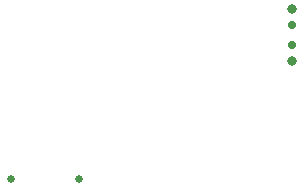
<source format=gbr>
%TF.GenerationSoftware,KiCad,Pcbnew,9.0.0*%
%TF.CreationDate,2025-04-24T13:44:51+03:00*%
%TF.ProjectId,ESP32_BOARD,45535033-325f-4424-9f41-52442e6b6963,1.0*%
%TF.SameCoordinates,Original*%
%TF.FileFunction,NonPlated,1,4,NPTH,Drill*%
%TF.FilePolarity,Positive*%
%FSLAX46Y46*%
G04 Gerber Fmt 4.6, Leading zero omitted, Abs format (unit mm)*
G04 Created by KiCad (PCBNEW 9.0.0) date 2025-04-24 13:44:51*
%MOMM*%
%LPD*%
G01*
G04 APERTURE LIST*
%TA.AperFunction,ComponentDrill*%
%ADD10C,0.650000*%
%TD*%
%TA.AperFunction,ComponentDrill*%
%ADD11C,0.711200*%
%TD*%
%TA.AperFunction,ComponentDrill*%
%ADD12C,0.812800*%
%TD*%
G04 APERTURE END LIST*
D10*
%TO.C,ST2*%
X88190000Y-149120000D03*
X93970000Y-149120000D03*
D11*
%TO.C,SW1*%
X111995983Y-136117070D03*
X111995983Y-137817072D03*
D12*
X111995983Y-134742072D03*
X111995983Y-139192071D03*
M02*

</source>
